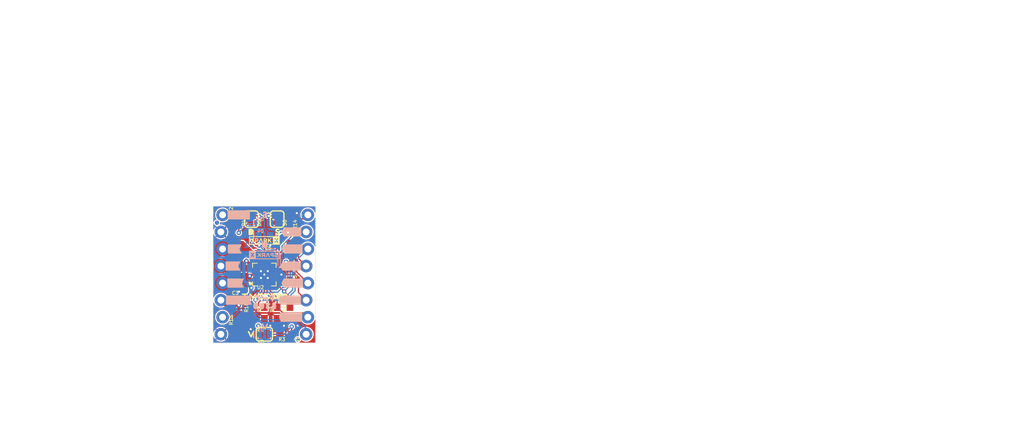
<source format=kicad_pcb>
(kicad_pcb (version 20221018) (generator pcbnew)
  (layers (0 "F.Cu" signal) (1 "In1.Cu" signal) (2 "In2.Cu" signal) (31 "B.Cu" signal) (34 "B.Paste" user) (35 "F.Paste" user) (36 "B.SilkS" user "B.Silkscreen") (37 "F.SilkS" user "F.Silkscreen") (38 "B.Mask" user) (39 "F.Mask" user) (44 "Edge.Cuts" user))
  (net 0 "")
  (net 1 "GND")
  (net 2 "N$1")
  (net 3 "N$4")
  (net 4 "WL")
  (net 5 "WH")
  (net 6 "VL")
  (net 7 "VH")
  (net 8 "UL")
  (net 9 "UH")
  (net 10 "DIAG")
  (net 11 "VIO/~{STDBY}")
  (net 12 "N$6")
  (net 13 "U")
  (net 14 "V")
  (net 15 "W")
  (net 16 "N$9")
  (net 17 "N$5")
  (net 18 "N$12")
  (net 19 "N$10")
  (net 20 "VCP")
  (net 21 "SENSE")
  (net 22 "VIN")
  (footprint "working:0603" (layer "F.Cu") (at 152.3111 110.7186 90)
    (fp_text reference "R9" (at 0 -0.762 90) (layer "F.SilkS") (effects (font (size 0.512064 0.512064) (thickness 0.097536)) (justify left)))
    (fp_text value "100k")
    (pad "1" smd roundrect (at -0.85 0 90) (size 1.1 1) (layers "F.Cu" "F.Paste" "F.Mask") (roundrect_rratio 0.0508) (net 1 "GND"))
    (pad "2" smd roundrect (at 0.85 0 90) (size 1.1 1) (layers "F.Cu" "F.Paste" "F.Mask") (roundrect_rratio 0.0508) (net 8 "UL"))
  )
  (footprint "working:D0" (layer "F.Cu") (at 146.5961 98.6536)
    (fp_text reference "U$16" hide)
    (fp_text value "" hide)
  )
  (footprint "working:SMT-JUMPER_2_NC_TRACE_SILK" (layer "F.Cu") (at 148.5011 113.8936 180)
    (fp_text reference "V0" (at 0 -1.143) (layer "F.SilkS") (effects (font (size 0.512064 0.512064) (thickness 0.097536)) (justify right)))
    (fp_text value "JUMPER-SMT_2_NC_TRACE_SILK")
    (fp_poly (pts (xy 0.03175 0.13335) (xy -0.70485 0.13335) (xy -0.70485 -0.13335) (xy 0.03175 -0.13335)) (fill solid) (layer "F.Cu"))
    (fp_poly (pts (xy 0.70485 0.13335) (xy -0.03175 0.13335) (xy -0.03175 -0.13335) (xy 0.70485 -0.13335)) (fill solid) (layer "F.Cu"))
    (pad "1" smd roundrect (at -0.5207 0 180) (size 0.6604 1.27) (layers "F.Cu" "F.Mask") (roundrect_rratio 0.07692307692) (net 2 "N$1"))
    (pad "2" smd roundrect (at 0.5207 0 180) (size 0.6604 1.27) (layers "F.Cu" "F.Mask") (roundrect_rratio 0.07692307692) (net 22 "VIN"))
  )
  (footprint "working:0603" (layer "F.Cu") (at 146.5961 110.7186 90)
    (fp_text reference "R10" (at 0 -0.762 90) (layer "F.SilkS") (effects (font (size 0.512064 0.512064) (thickness 0.097536)) (justify left)))
    (fp_text value "100k")
    (pad "1" smd roundrect (at -0.85 0 90) (size 1.1 1) (layers "F.Cu" "F.Paste" "F.Mask") (roundrect_rratio 0.0508) (net 1 "GND"))
    (pad "2" smd roundrect (at 0.85 0 90) (size 1.1 1) (layers "F.Cu" "F.Paste" "F.Mask") (roundrect_rratio 0.0508) (net 9 "UH"))
  )
  (footprint "working:1X08_LOCK_NO_SILK" (layer "F.Cu") (at 154.8511 113.8936 90)
    (fp_text reference "J1" (at -1.27 -1.397 90) (layer "F.SilkS") (effects (font (size 0.512064 0.512064) (thickness 0.097536)) (justify left)))
    (fp_text value "")
    (pad "1" thru_hole circle (at 0 -0.127 180) (size 1.8796 1.8796) (drill 1.016) (layers "*.Cu" "*.Mask") (net 20 "VCP"))
    (pad "2" thru_hole circle (at 2.54 0.127 180) (size 1.8796 1.8796) (drill 1.016) (layers "*.Cu" "*.Mask") (net 5 "WH"))
    (pad "3" thru_hole circle (at 5.08 -0.127 180) (size 1.8796 1.8796) (drill 1.016) (layers "*.Cu" "*.Mask") (net 4 "WL"))
    (pad "4" thru_hole circle (at 7.62 0.127 180) (size 1.8796 1.8796) (drill 1.016) (layers "*.Cu" "*.Mask") (net 7 "VH"))
    (pad "5" thru_hole circle (at 10.16 -0.127 180) (size 1.8796 1.8796) (drill 1.016) (layers "*.Cu" "*.Mask") (net 6 "VL"))
    (pad "6" thru_hole circle (at 12.7 0.127 180) (size 1.8796 1.8796) (drill 1.016) (layers "*.Cu" "*.Mask") (net 9 "UH"))
    (pad "7" thru_hole circle (at 15.24 -0.127 180) (size 1.8796 1.8796) (drill 1.016) (layers "*.Cu" "*.Mask") (net 8 "UL"))
    (pad "8" thru_hole circle (at 17.78 0.127 180) (size 1.8796 1.8796) (drill 1.016) (layers "*.Cu" "*.Mask") (net 11 "VIO/~{STDBY}"))
  )
  (footprint "working:SMT-JUMPER_2_NC_TRACE_SILK" (layer "F.Cu") (at 146.5961 96.7486 -90)
    (fp_text reference "D0" (at 0 -1.143 90) (layer "F.SilkS") (effects (font (size 0.512064 0.512064) (thickness 0.097536)) (justify right)))
    (fp_text value "JUMPER-SMT_2_NC_TRACE_SILK")
    (fp_poly (pts (xy 0.03175 0.13335) (xy -0.70485 0.13335) (xy -0.70485 -0.13335) (xy 0.03175 -0.13335)) (fill solid) (layer "F.Cu"))
    (fp_poly (pts (xy 0.70485 0.13335) (xy -0.03175 0.13335) (xy -0.03175 -0.13335) (xy 0.70485 -0.13335)) (fill solid) (layer "F.Cu"))
    (pad "1" smd roundrect (at -0.5207 0 270) (size 0.6604 1.27) (layers "F.Cu" "F.Mask") (roundrect_rratio 0.07692307692) (net 16 "N$9"))
    (pad "2" smd roundrect (at 0.5207 0 270) (size 0.6604 1.27) (layers "F.Cu" "F.Mask") (roundrect_rratio 0.07692307692) (net 10 "DIAG"))
  )
  (footprint "working:V2" (layer "F.Cu") (at 146.5961 113.8936)
    (fp_text reference "U$26" hide)
    (fp_text value "" hide)
  )
  (footprint "working:SMT-JUMPER_2_NC_TRACE_SILK" (layer "F.Cu") (at 150.4061 96.7486 -90)
    (fp_text reference "S0" (at 0 -1.143 90) (layer "F.SilkS") (effects (font (size 0.512064 0.512064) (thickness 0.097536)) (justify right)))
    (fp_text value "JUMPER-SMT_2_NC_TRACE_SILK")
    (fp_poly (pts (xy 0.03175 0.13335) (xy -0.70485 0.13335) (xy -0.70485 -0.13335) (xy 0.03175 -0.13335)) (fill solid) (layer "F.Cu"))
    (fp_poly (pts (xy 0.70485 0.13335) (xy -0.03175 0.13335) (xy -0.03175 -0.13335) (xy 0.70485 -0.13335)) (fill solid) (layer "F.Cu"))
    (pad "1" smd roundrect (at -0.5207 0 270) (size 0.6604 1.27) (layers "F.Cu" "F.Mask") (roundrect_rratio 0.07692307692) (net 17 "N$5"))
    (pad "2" smd roundrect (at 0.5207 0 270) (size 0.6604 1.27) (layers "F.Cu" "F.Mask") (roundrect_rratio 0.07692307692) (net 11 "VIO/~{STDBY}"))
  )
  (footprint "working:0603" (layer "F.Cu") (at 148.5011 110.7186 90)
    (fp_text reference "R8" (at 0 -0.762 90) (layer "F.SilkS") (effects (font (size 0.512064 0.512064) (thickness 0.097536)) (justify left)))
    (fp_text value "100k")
    (pad "1" smd roundrect (at -0.85 0 90) (size 1.1 1) (layers "F.Cu" "F.Paste" "F.Mask") (roundrect_rratio 0.0508) (net 1 "GND"))
    (pad "2" smd roundrect (at 0.85 0 90) (size 1.1 1) (layers "F.Cu" "F.Paste" "F.Mask") (roundrect_rratio 0.0508) (net 7 "VH"))
  )
  (footprint "working:1X08_LOCK_NO_SILK" (layer "F.Cu") (at 142.1511 96.1136 -90)
    (fp_text reference "J2" (at -1.27 -1.397 90) (layer "F.SilkS") (effects (font (size 0.512064 0.512064) (thickness 0.097536)) (justify right)))
    (fp_text value "")
    (pad "1" thru_hole circle (at 0 -0.127) (size 1.8796 1.8796) (drill 1.016) (layers "*.Cu" "*.Mask") (net 22 "VIN"))
    (pad "2" thru_hole circle (at 2.54 0.127) (size 1.8796 1.8796) (drill 1.016) (layers "*.Cu" "*.Mask") (net 1 "GND"))
    (pad "3" thru_hole circle (at 5.08 -0.127) (size 1.8796 1.8796) (drill 1.016) (layers "*.Cu" "*.Mask") (net 13 "U"))
    (pad "4" thru_hole circle (at 7.62 0.127) (size 1.8796 1.8796) (drill 1.016) (layers "*.Cu" "*.Mask") (net 14 "V"))
    (pad "5" thru_hole circle (at 10.16 -0.127) (size 1.8796 1.8796) (drill 1.016) (layers "*.Cu" "*.Mask") (net 15 "W"))
    (pad "6" thru_hole circle (at 12.7 0.127) (size 1.8796 1.8796) (drill 1.016) (layers "*.Cu" "*.Mask") (net 21 "SENSE"))
    (pad "7" thru_hole circle (at 15.24 -0.127) (size 1.8796 1.8796) (drill 1.016) (layers "*.Cu" "*.Mask") (net 10 "DIAG"))
    (pad "8" thru_hole circle (at 17.78 0.127) (size 1.8796 1.8796) (drill 1.016) (layers "*.Cu" "*.Mask") (net 1 "GND"))
  )
  (footprint "working:0603" (layer "F.Cu") (at 152.3111 101.1936 90)
    (fp_text reference "R7" (at 0 -0.762 90) (layer "F.SilkS") (effects (font (size 0.512064 0.512064) (thickness 0.097536)) (justify left)))
    (fp_text value "100k")
    (pad "1" smd roundrect (at -0.85 0 90) (size 1.1 1) (layers "F.Cu" "F.Paste" "F.Mask") (roundrect_rratio 0.0508) (net 1 "GND"))
    (pad "2" smd roundrect (at 0.85 0 90) (size 1.1 1) (layers "F.Cu" "F.Paste" "F.Mask") (roundrect_rratio 0.0508) (net 6 "VL"))
  )
  (footprint "working:0603" (layer "F.Cu") (at 151.6761 113.8936 180)
    (fp_text reference "R3" (at 0 -0.762) (layer "F.SilkS") (effects (font (size 0.512064 0.512064) (thickness 0.097536)) (justify right)))
    (fp_text value "1k")
    (pad "1" smd roundrect (at -0.85 0 180) (size 1.1 1) (layers "F.Cu" "F.Paste" "F.Mask") (roundrect_rratio 0.0508) (net 3 "N$4"))
    (pad "2" smd roundrect (at 0.85 0 180) (size 1.1 1) (layers "F.Cu" "F.Paste" "F.Mask") (roundrect_rratio 0.0508) (net 2 "N$1"))
  )
  (footprint "working:0603" (layer "F.Cu") (at 152.3111 96.7486 -90)
    (fp_text reference "R14" (at 0 -0.762 90) (layer "F.SilkS") (effects (font (size 0.512064 0.512064) (thickness 0.097536)) (justify right)))
    (fp_text value "330")
    (pad "1" smd roundrect (at -0.85 0 270) (size 1.1 1) (layers "F.Cu" "F.Paste" "F.Mask") (roundrect_rratio 0.0508) (net 1 "GND"))
    (pad "2" smd roundrect (at 0.85 0 270) (size 1.1 1) (layers "F.Cu" "F.Paste" "F.Mask") (roundrect_rratio 0.0508) (net 18 "N$12"))
  )
  (footprint "working:TMC63000" (layer "F.Cu") (at 148.6281 108.3056)
    (fp_text reference "U$17" hide)
    (fp_text value "" hide)
  )
  (footprint "working:1206" (layer "F.Cu") (at 144.6911 112.6236 90)
    (fp_text reference "R15" (at 0 -1.143 90) (layer "F.SilkS") (effects (font (size 0.512064 0.512064) (thickness 0.097536)) (justify left)))
    (fp_text value "0.12")
    (pad "1" smd roundrect (at -1.4 0 90) (size 1.6 1.8) (layers "F.Cu" "F.Paste" "F.Mask") (roundrect_rratio 0.03175) (net 1 "GND"))
    (pad "2" smd roundrect (at 1.4 0 90) (size 1.6 1.8) (layers "F.Cu" "F.Paste" "F.Mask") (roundrect_rratio 0.03175) (net 21 "SENSE"))
  )
  (footprint "working:0603" (layer "F.Cu") (at 144.6657 105.2576 180)
    (fp_text reference "C4" (at 0 -0.762) (layer "F.SilkS") (effects (font (size 0.512064 0.512064) (thickness 0.097536)) (justify right)))
    (fp_text value "0.1uF")
    (pad "1" smd roundrect (at -0.85 0 180) (size 1.1 1) (layers "F.Cu" "F.Paste" "F.Mask") (roundrect_rratio 0.0508) (net 22 "VIN"))
    (pad "2" smd roundrect (at 0.85 0 180) (size 1.1 1) (layers "F.Cu" "F.Paste" "F.Mask") (roundrect_rratio 0.0508) (net 1 "GND"))
  )
  (footprint "working:CREATIVE_COMMONS" (layer "F.Cu") (at 129.4511 126.5936)
    (fp_text reference "FRAME1" hide)
    (fp_text value "FRAME-LETTER" hide)
  )
  (footprint "working:S1" (layer "F.Cu") (at 150.5331 98.6536)
    (fp_text reference "U$27" hide)
    (fp_text value "" hide)
  )
  (footprint "working:0603" (layer "F.Cu") (at 150.4061 110.7186 90)
    (fp_text reference "R6" (at 0 -0.762 90) (layer "F.SilkS") (effects (font (size 0.512064 0.512064) (thickness 0.097536)) (justify left)))
    (fp_text value "100k")
    (pad "1" smd roundrect (at -0.85 0 90) (size 1.1 1) (layers "F.Cu" "F.Paste" "F.Mask") (roundrect_rratio 0.0508) (net 1 "GND"))
    (pad "2" smd roundrect (at 0.85 0 90) (size 1.1 1) (layers "F.Cu" "F.Paste" "F.Mask") (roundrect_rratio 0.0508) (net 5 "WH"))
  )
  (footprint "working:ORDERING_INSTRUCTIONS" (layer "F.Cu") (at 159.9311 64.3636)
    (fp_text reference "LOGO2" hide)
    (fp_text value "SPECIAL_INSTRUCTIONS-ORDERING" hide)
  )
  (footprint "working:0603" (layer "F.Cu") (at 152.3111 105.0036 -90)
    (fp_text reference "R5" (at 0 -0.762 90) (layer "F.SilkS") (effects (font (size 0.512064 0.512064) (thickness 0.097536)) (justify right)))
    (fp_text value "100k")
    (pad "1" smd roundrect (at -0.85 0 270) (size 1.1 1) (layers "F.Cu" "F.Paste" "F.Mask") (roundrect_rratio 0.0508) (net 1 "GND"))
    (pad "2" smd roundrect (at 0.85 0 270) (size 1.1 1) (layers "F.Cu" "F.Paste" "F.Mask") (roundrect_rratio 0.0508) (net 4 "WL"))
  )
  (footprint "working:0603" (layer "F.Cu") (at 144.6911 96.7486 -90)
    (fp_text reference "R4" (at 0 -0.762 90) (layer "F.SilkS") (effects (font (size 0.512064 0.512064) (thickness 0.097536)) (justify right)))
    (fp_text value "330")
    (pad "1" smd roundrect (at -0.85 0 270) (size 1.1 1) (layers "F.Cu" "F.Paste" "F.Mask") (roundrect_rratio 0.0508) (net 1 "GND"))
    (pad "2" smd roundrect (at 0.85 0 270) (size 1.1 1) (layers "F.Cu" "F.Paste" "F.Mask") (roundrect_rratio 0.0508) (net 19 "N$10"))
  )
  (footprint "working:0805" (layer "F.Cu") (at 144.7419 106.8578 180)
    (fp_text reference "C3" (at 0 -0.889) (layer "F.SilkS") (effects (font (size 0.512064 0.512064) (thickness 0.097536)) (justify right)))
    (fp_text value "10uF")
    (pad "1" smd roundrect (at -0.9 0 180) (size 0.8 1.2) (layers "F.Cu" "F.Paste" "F.Mask") (roundrect_rratio 0.0635) (net 22 "VIN"))
    (pad "2" smd roundrect (at 0.9 0 180) (size 0.8 1.2) (layers "F.Cu" "F.Paste" "F.Mask") (roundrect_rratio 0.0635) (net 1 "GND"))
  )
  (footprint "working:FIDUCIAL-MICRO" (layer "F.Cu") (at 153.4795 114.6556 180)
    (fp_text reference "FD2" hide)
    (fp_text value "FIDUCIALUFIDUCIAL" hide)
    (pad "1" smd roundrect (at 0 0 180) (size 0.635 0.635) (layers "F.Cu" "F.Mask") (roundrect_rratio 0.5))
  )
  (footprint "working:SPARKX-TINY" (layer "F.Cu") (at 148.5011 99.9236)
    (fp_text reference "U$36" hide)
    (fp_text value "SPARKX-LOGO2" hide)
  )
  (footprint "working:0603" (layer "F.Cu") (at 148.5011 101.8286)
    (fp_text reference "C5" (at 0 -0.762) (layer "F.SilkS") (effects (font (size 0.512064 0.512064) (thickness 0.097536)) (justify left)))
    (fp_text value "0.1uF")
    (pad "1" smd roundrect (at -0.85 0) (size 1.1 1) (layers "F.Cu" "F.Paste" "F.Mask") (roundrect_rratio 0.0508) (net 12 "N$6"))
    (pad "2" smd roundrect (at 0.85 0) (size 1.1 1) (layers "F.Cu" "F.Paste" "F.Mask") (roundrect_rratio 0.0508) (net 1 "GND"))
  )
  (footprint "working:QFN-20" (layer "F.Cu") (at 148.5011 105.0036 90)
    (fp_text reference "U2" (at -1.905 0) (layer "F.SilkS") (effects (font (size 0.512064 0.512064) (thickness 0.097536)) (justify right)))
    (fp_text value "TMC6300")
    (fp_poly (pts (xy 0.875 0.875) (xy -0.875 0.875) (xy -0.875 -0.510355) (xy -0.510355 -0.875) (xy 0.875 -0.875)) (fill solid) (layer "F.Cu"))
    (pad "1" smd roundrect (at -1.4 -0.8 90) (size 0.6 0.2) (layers "F.Cu" "F.Paste" "F.Mask") (roundrect_rratio 0.5) (net 15 "W"))
    (pad "2" smd roundrect (at -1.4 -0.4 90) (size 0.6 0.2) (layers "F.Cu" "F.Paste" "F.Mask") (roundrect_rratio 0.5) (net 20 "VCP"))
    (pad "3" smd roundrect (at -1.4 0 90) (size 0.6 0.2) (layers "F.Cu" "F.Paste" "F.Mask") (roundrect_rratio 0.5) (net 9 "UH"))
    (pad "4" smd roundrect (at -1.4 0.4 90) (size 0.6 0.2) (layers "F.Cu" "F.Paste" "F.Mask") (roundrect_rratio 0.5) (net 7 "VH"))
    (pad "5" smd roundrect (at -1.4 0.8 90) (size 0.6 0.2) (layers "F.Cu" "F.Paste" "F.Mask") (roundrect_rratio 0.5) (net 5 "WH"))
    (pad "6" smd roundrect (at -0.8 1.4 180) (size 0.6 0.2) (layers "F.Cu" "F.Paste" "F.Mask") (roundrect_rratio 0.5) (net 8 "UL"))
    (pad "7" smd roundrect (at -0.4 1.4 180) (size 0.6 0.2) (layers "F.Cu" "F.Paste" "F.Mask") (roundrect_rratio 0.5) (net 4 "WL"))
    (pad "8" smd roundrect (at 0 1.4 180) (size 0.6 0.2) (layers "F.Cu" "F.Paste" "F.Mask") (roundrect_rratio 0.5) (net 1 "GND"))
    (pad "9" smd roundrect (at 0.4 1.4 180) (size 0.6 0.2) (layers "F.Cu" "F.Paste" "F.Mask") (roundrect_rratio 0.5) (net 1 "GND"))
    (pad "10" smd roundrect (at 0.8 1.4 180) (size 0.6 0.2) (layers "F.Cu" "F.Paste" "F.Mask") (roundrect_rratio 0.5) (net 6 "VL"))
    (pad "11" smd roundrect (at 1.4 0.8 90) (size 0.6 0.2) (layers "F.Cu" "F.Paste" "F.Mask") (roundrect_rratio 0.5) (net 11 "VIO/~{STDBY}"))
    (pad "12" smd roundrect (at 1.4 0.4 90) (size 0.6 0.2) (layers "F.Cu" "F.Paste" "F.Mask") (roundrect_rratio 0.5) (net 10 "DIAG"))
    (pad "13" smd roundrect (at 1.4 0 90) (size 0.6 0.2) (layers "F.Cu" "F.Paste" "F.Mask") (roundrect_rratio 0.5) (net 12 "N$6"))
    (pad "14" smd roundrect (at 1.4 -0.4 90) (size 0.6 0.2) (layers "F.Cu" "F.Paste" "F.Mask") (roundrect_rratio 0.5) (net 1 "GND"))
    (pad "15" smd roundrect (at 1.4 -0.8 90) (size 0.6 0.2) (layers "F.Cu" "F.Paste" "F.Mask") (roundrect_rratio 0.5) (net 13 "U"))
    (pad "16" smd roundrect (at 0.8 -1.4 180) (size 0.6 0.2) (layers "F.Cu" "F.Paste" "F.Mask") (roundrect_rratio 0.5) (net 21 "SENSE"))
    (pad "17" smd roundrect (at 0.4 -1.4 180) (size 0.6 0.2) (layers "F.Cu" "F.Paste" "F.Mask") (roundrect_rratio 0.5) (net 14 "V"))
    (pad "18" smd roundrect (at 0 -1.4 180) (size 0.6 0.2) (layers "F.Cu" "F.Paste" "F.Mask") (roundrect_rratio 0.5) (net 22 "VIN"))
    (pad "19" smd roundrect (at -0.4 -1.4 180) (size 0.6 0.2) (layers "F.Cu" "F.Paste" "F.Mask") (roundrect_rratio 0.5))
    (pad "20" smd roundrect (at -0.8 -1.4 180) (size 0.6 0.2) (layers "F.Cu" "F.Paste" "F.Mask") (roundrect_rratio 0.5) (net 21 "SENSE"))
    (pad "PAD" smd roundrect (at 0 0 90) (size 1.27 1.27) (layers "F.Cu") (roundrect_rratio 0.04) (net 1 "GND"))
  )
  (footprint "working:FIDUCIAL-MICRO" (layer "F.Cu") (at 141.4399 97.282 180)
    (fp_text reference "FD1" hide)
    (fp_text value "FIDUCIALUFIDUCIAL" hide)
    (pad "1" smd roundrect (at 0 0 180) (size 0.635 0.635) (layers "F.Cu" "F.Mask") (roundrect_rratio 0.5))
  )
  (footprint "working:#V#7" (layer "B.Cu") (at 143.6751 103.7336 180)
    (fp_text reference "U$25" hide)
    (fp_text value "" hide)
  )
  (footprint "working:V2" (layer "B.Cu") (at 148.5011 112.7506 180)
    (fp_text reference "U$20" hide)
    (fp_text value "" hide)
  )
  (footprint "working:LED-0603" (layer "B.Cu") (at 148.5011 99.1616 180)
    (fp_text reference "D4" (at 0 0.635) (layer "B.SilkS") (effects (font (size 0.512064 0.512064) (thickness 0.097536)) (justify left mirror)))
    (fp_text value "GREEN")
    (pad "A" smd roundrect (at -0.877 0 270) (size 1 1) (layers "B.Cu" "B.Paste" "B.Mask") (roundrect_rratio 0.15) (net 16 "N$9"))
    (pad "C" smd roundrect (at 0.877 0 270) (size 1 1) (layers "B.Cu" "B.Paste" "B.Mask") (roundrect_rratio 0.15) (net 18 "N$12"))
  )
  (footprint "working:#VL#3" (layer "B.Cu") (at 152.5651 103.7336 180)
    (fp_text reference "U$31" hide)
    (fp_text value "" hide)
  )
  (footprint "working:#W#8" (layer "B.Cu") (at 144.0561 106.2736 180)
    (fp_text reference "U$32" hide)
    (fp_text value "" hide)
  )
  (footprint "working:#U#6" (layer "B.Cu") (at 143.9291 101.1936 180)
    (fp_text reference "U$9" hide)
    (fp_text value "" hide)
  )
  (footprint "working:LED-0603" (layer "B.Cu") (at 148.5011 113.8936 180)
    (fp_text reference "D1" (at 0 0.635) (layer "B.SilkS") (effects (font (size 0.512064 0.512064) (thickness 0.097536)) (justify left mirror)))
    (fp_text value "RED")
    (pad "A" smd roundrect (at -0.877 0 270) (size 1 1) (layers "B.Cu" "B.Paste" "B.Mask") (roundrect_rratio 0.15) (net 3 "N$4"))
    (pad "C" smd roundrect (at 0.877 0 270) (size 1 1) (layers "B.Cu" "B.Paste" "B.Mask") (roundrect_rratio 0.15) (net 1 "GND"))
  )
  (footprint "working:#UL#4" (layer "B.Cu") (at 152.6921 98.6536 180)
    (fp_text reference "U$22" hide)
    (fp_text value "" hide)
  )
  (footprint "working:#WH#1" (layer "B.Cu") (at 152.5651 111.3536 180)
    (fp_text reference "U$33" hide)
    (fp_text value "" hide)
  )
  (footprint "working:S1" (layer "B.Cu") (at 148.5011 96.1136 180)
    (fp_text reference "U$19" hide)
    (fp_text value "" hide)
  )
  (footprint "working:D0" (layer "B.Cu") (at 148.5011 100.5586 180)
    (fp_text reference "U$18" hide)
    (fp_text value "" hide)
  )
  (footprint "working:#GND#1" (layer "B.Cu") (at 144.6911 98.6536 180)
    (fp_text reference "U$1" hide)
    (fp_text value "" hide)
  )
  (footprint "working:#VIO#1" (layer "B.Cu") (at 152.5651 96.1136 180)
    (fp_text reference "U$13" hide)
    (fp_text value "" hide)
  )
  (footprint "working:63001" (layer "B.Cu") (at 148.5011 109.7026 180)
    (fp_text reference "U$15" hide)
    (fp_text value "" hide)
  )
  (footprint "working:#VH#2" (layer "B.Cu") (at 152.8191 106.2736 180)
    (fp_text reference "U$30" hide)
    (fp_text value "" hide)
  )
  (footprint "working:DUMMY" (layer "B.Cu") (at 143.4211 117.7036 180)
    (fp_text reference "LOGO1" hide)
    (fp_text value "OSHW-LOGONO_SILK" hide)
  )
  (footprint "working:#VCP#0" (layer "B.Cu") (at 152.0571 113.8936 180)
    (fp_text reference "U$12" hide)
    (fp_text value "" hide)
  )
  (footprint "working:#GND#1" (layer "B.Cu") (at 144.6911 113.8936 180)
    (fp_text reference "U$28" hide)
    (fp_text value "" hide)
  )
  (footprint "working:#UH#5" (layer "B.Cu") (at 152.8191 101.1936 180)
    (fp_text reference "U$21" hide)
    (fp_text value "" hide)
  )
  (footprint "working:TMC0" (layer "B.Cu") (at 148.5011 108.5596 180)
    (fp_text reference "U$23" hide)
    (fp_text value "" hide)
  )
  (footprint "working:#WL#0" (layer "B.Cu") (at 152.4381 108.8136 180)
    (fp_text reference "U$34" hide)
    (fp_text value "" hide)
  )
  (footprint "working:#VIN#0" (layer "B.Cu") (at 144.6911 96.1136 180)
    (fp_text reference "U$24" hide)
    (fp_text value "" hide)
  )
  (footprint "working:SPARKX-TINY" (layer "B.Cu") (at 148.5011 102.0826 180)
    (fp_text reference "U$37" hide)
    (fp_text value "SPARKX-LOGO2" hide)
  )
  (footprint "working:#SEN#0" (layer "B.Cu") (at 144.5641 108.8136 180)
    (fp_text reference "U$2" hide)
    (fp_text value "" hide)
  )
  (footprint "working:#DIAG#0" (layer "B.Cu") (at 145.1991 111.3536 180)
    (fp_text reference "U$3" hide)
    (fp_text value "" hide)
  )
  (footprint "working:FIDUCIAL-MICRO" (layer "B.Cu") (at 141.4399 97.282)
    (fp_text reference "FD4" hide)
    (fp_text value "FIDUCIALUFIDUCIAL" hide)
    (pad "1" smd roundrect (at 0 0) (size 0.635 0.635) (layers "B.Cu" "B.Mask") (roundrect_rratio 0.5))
  )
  (footprint "working:FIDUCIAL-MICRO" (layer "B.Cu") (at 153.4795 114.6556)
    (fp_text reference "FD3" hide)
    (fp_text value "FIDUCIALUFIDUCIAL" hide)
    (pad "1" smd roundrect (at 0 0) (size 0.635 0.635) (layers "B.Cu" "B.Mask") (roundrect_rratio 0.5))
  )
  (footprint "working:LED-0603" (layer "B.Cu") (at 148.5011 97.3836 180)
    (fp_text reference "D3" (at 0 0.635) (layer "B.SilkS") (effects (font (size 0.512064 0.512064) (thickness 0.097536)) (justify left mirror)))
    (fp_text value "BLUE")
    (pad "A" smd roundrect (at -0.877 0 270) (size 1 1) (layers "B.Cu" "B.Paste" "B.Mask") (roundrect_rratio 0.15) (net 17 "N$5"))
    (pad "C" smd roundrect (at 0.877 0 270) (size 1 1) (layers "B.Cu" "B.Paste" "B.Mask") (roundrect_rratio 0.15) (net 19 "N$10"))
  )
  (gr_line (start 140.8811 115.1636) (end 156.1211 115.1636) (stroke (width 0.0508)) (layer "Edge.Cuts"))
  (gr_line (start 156.1211 115.1636) (end 156.1211 94.8436) (stroke (width 0.0508)) (layer "Edge.Cuts"))
  (gr_line (start 140.8811 94.8436) (end 140.8811 115.1636) (stroke (width 0.0508)) (layer "Edge.Cuts"))
  (gr_line (start 156.1211 94.8436) (end 140.8811 94.8436) (stroke (width 0.0508)) (layer "Edge.Cuts"))
  (gr_text "X1" (at 146.2151 100.5586) (layer "B.Cu") (effects (font (size 0.8636 0.8636) (thickness 0.1524)) (justify mirror)))
  (segment (start 150.9331 104.6036) (end 151.1681 104.3686) (width 0.1905) (layer "F.Cu") (net 1))
  (segment (start 149.9011 105.0036) (end 150.6601 105.0036) (width 0.1905) (layer "F.Cu") (net 1))
  (segment (start 149.9011 104.6036) (end 149.1171 104.6036) (width 0.1905) (layer "F.Cu") (net 1))
  (segment (start 148.1011 104.3876) (end 147.9931 104.4956) (width 0.1905) (layer "F.Cu") (net 1))
  (segment (start 150.69815 105.04165) (end 150.7871 105.04165) (width 0.1905) (layer "F.Cu") (net 1))
  (segment (start 143.8419 106.8578) (end 144.5277 107.5436) (width 0.508) (layer "F.Cu") (net 1))
  (segment (start 149.9011 105.0036) (end 148.5011 105.0036) (width 0.1905) (layer "F.Cu") (net 1))
  (segment (start 143.8157 105.2576) (end 143.8165 105.2584) (width 0.508) (layer "F.Cu") (net 1))
  (segment (start 150.6601 105.0036) (end 150.69815 105.04165) (width 0.1905) (layer "F.Cu") (net 1))
  (segment (start 149.9011 104.6036) (end 150.9331 104.6036) (width 0.1905) (layer "F.Cu") (net 1))
  (segment (start 148.1011 103.6036) (end 148.1011 104.3876) (width 0.1905) (layer "F.Cu") (net 1))
  (segment (start 149.1171 104.6036) (end 149.0091 104.4956) (width 0.1905) (layer "F.Cu") (net 1))
  (segment (start 144.7419 107.5436) (end 144.5277 107.5436) (width 0.508) (layer "F.Cu") (net 1))
  (segment (start 143.8165 105.2584) (end 143.8165 106.654597) (width 0.508) (layer "F.Cu") (net 1))
  (via (at 144.7419 107.5436) (size 0.6604) (drill 0.3048) (layers "F.Cu" "B.Cu") (net 1))
  (via (at 149.0091 105.5116) (size 0.6604) (drill 0.3048) (layers "F.Cu" "B.Cu") (net 1))
  (via (at 153.3271 95.8596) (size 0.6604) (drill 0.3048) (layers "F.Cu" "B.Cu") (net 1))
  (via (at 147.9931 104.4956) (size 0.6604) (drill 0.3048) (layers "F.Cu" "B.Cu") (net 1))
  (via (at 151.4221 112.6236) (size 0.6604) (drill 0.3048) (layers "F.Cu" "B.Cu") (net 1))
  (via (at 147.9931 105.5116) (size 0.6604) (drill 0.3048) (layers "F.Cu" "B.Cu") (net 1))
  (via (at 149.3901 112.6236) (size 0.6604) (drill 0.3048) (layers "F.Cu" "B.Cu") (net 1))
  (via (at 151.0411 105.0036) (size 0.6604) (drill 0.3048) (layers "F.Cu" "B.Cu") (net 1))
  (via (at 149.3901 100.6856) (size 0.6604) (drill 0.3048) (layers "F.Cu" "B.Cu") (net 1))
  (via (at 149.0091 104.4956) (size 0.6604) (drill 0.3048) (layers "F.Cu" "B.Cu") (net 1))
  (via (at 146.4691 113.1316) (size 0.6604) (drill 0.3048) (layers "F.Cu" "B.Cu") (net 1))
  (via (at 148.5011 105.0036) (size 0.6604) (drill 0.3048) (layers "F.Cu" "B.Cu") (net 1))
  (via (at 153.4541 112.6236) (size 0.6604) (drill 0.3048) (layers "F.Cu" "B.Cu") (net 1))
  (segment (start 150.8261 113.8936) (end 149.0218 113.8936) (width 0.1778) (layer "F.Cu") (net 2))
  (segment (start 152.5651 112.7506) (end 152.5651 113.8546) (width 0.1778) (layer "F.Cu") (net 3))
  (segment (start 152.5651 113.8546) (end 152.5261 113.8936) (width 0.1778) (layer "F.Cu") (net 3))
  (via (at 152.5651 112.7506) (size 0.6604) (drill 0.3048) (layers "F.Cu" "B.Cu") (net 3))
  (segment (start 149.3781 113.8936) (end 151.4221 113.8936) (width 0.1778) (layer "B.Cu") (net 3))
  (segment (start 151.4221 113.8936) (end 152.5651 112.7506) (width 0.1778) (layer "B.Cu") (net 3))
  (segment (start 149.9011 105.4036) (end 150.4251 105.4036) (width 0.1778) (layer "F.Cu") (net 4))
  (segment (start 152.2721 105.8926) (end 152.3111 105.8536) (width 0.1778) (layer "F.Cu") (net 4))
  (segment (start 152.3111 105.8536) (end 153.1611 105.8536) (width 0.1778) (layer "F.Cu") (net 4))
  (segment (start 150.4251 105.4036) (end 150.9141 105.8926) (width 0.1778) (layer "F.Cu") (net 4))
  (segment (start 153.5811 106.2736) (end 153.5811 107.6706) (width 0.1778) (layer "F.Cu") (net 4))
  (segment (start 153.1611 105.8536) (end 153.5811 106.2736) (width 0.1778) (layer "F.Cu") (net 4))
  (segment (start 153.5811 107.6706) (end 154.7241 108.8136) (width 0.1778) (layer "F.Cu") (net 4))
  (segment (start 150.9141 105.8926) (end 152.2721 105.8926) (width 0.1778) (layer "F.Cu") (net 4))
  (segment (start 149.3011 106.4036) (end 149.3011 107.3276) (width 0.1778) (layer "F.Cu") (net 5))
  (segment (start 150.4061 109.8686) (end 151.2561 110.7186) (width 0.1778) (layer "F.Cu") (net 5))
  (segment (start 154.3431 110.7186) (end 154.9781 111.3536) (width 0.1778) (layer "F.Cu") (net 5))
  (segment (start 151.2561 110.7186) (end 154.3431 110.7186) (width 0.1778) (layer "F.Cu") (net 5))
  (segment (start 149.3011 107.3276) (end 150.4061 108.4326) (width 0.1778) (layer "F.Cu") (net 5))
  (segment (start 150.4061 108.4326) (end 150.4061 109.8686) (width 0.1778) (layer "F.Cu") (net 5))
  (segment (start 150.3171 104.2036) (end 149.9011 104.2036) (width 0.1778) (layer "F.Cu") (net 6))
  (segment (start 152.3111 101.1936) (end 151.4221 101.1936) (width 0.1778) (layer "F.Cu") (net 6))
  (segment (start 152.3111 101.1936) (end 152.9461 101.1936) (width 0.1778) (layer "F.Cu") (net 6))
  (segment (start 152.9461 101.1936) (end 153.5811 101.8286) (width 0.1778) (layer "F.Cu") (net 6))
  (segment (start 151.4221 101.1936) (end 150.6601 101.9556) (width 0.1778) (layer "F.Cu") (net 6))
  (segment (start 153.5811 101.8286) (end 153.5811 102.5906) (width 0.1778) (layer "F.Cu") (net 6))
  (segment (start 153.5811 102.5906) (end 154.7241 103.7336) (width 0.1778) (layer "F.Cu") (net 6))
  (segment (start 150.6601 103.8606) (end 150.3171 104.2036) (width 0.1778) (layer "F.Cu") (net 6))
  (segment (start 150.6601 101.9556) (end 150.6601 103.8606) (width 0.1778) (layer "F.Cu") (net 6))
  (segment (start 152.3111 100.3436) (end 152.3111 101.1936) (width 0.1778) (layer "F.Cu") (net 6))
  (segment (start 153.3271 104.6226) (end 154.9781 106.2736) (width 0.1778) (layer "F.Cu") (net 7))
  (segment (start 148.9011 109.4296) (end 148.5011 109.8296) (width 0.1778) (layer "F.Cu") (net 7))
  (segment (start 152.794568 103.0829) (end 153.3271 103.615432) (width 0.1778) (layer "F.Cu") (net 7))
  (segment (start 151.724681 103.0986) (end 151.740381 103.0829) (width 0.1778) (layer "F.Cu") (net 7))
  (segment (start 148.9011 106.4036) (end 148.9011 108.2167) (width 0.1778) (layer "F.Cu") (net 7))
  (segment (start 148.5011 109.8296) (end 148.5011 109.8686) (width 0.1778) (layer "F.Cu") (net 7))
  (segment (start 148.9011 108.2167) (end 148.9011 109.4296) (width 0.1778) (layer "F.Cu") (net 7))
  (segment (start 151.740381 103.0829) (end 152.794568 103.0829) (width 0.1778) (layer "F.Cu") (net 7))
  (segment (start 153.3271 103.615432) (end 153.3271 104.6226) (width 0.1778) (layer "F.Cu") (net 7))
  (via (at 148.9011 108.2167) (size 0.6604) (drill 0.3048) (layers "F.Cu" "B.Cu") (net 7))
  (via (at 151.724681 103.0986) (size 0.6604) (drill 0.3048) (layers "F.Cu" "B.Cu") (net 7))
  (segment (start 151.724681 103.0986) (end 152.7175 104.091419) (width 0.1778) (layer "B.Cu") (net 7))
  (segment (start 152.7175 104.091419) (end 152.7175 107.2642) (width 0.1778) (layer "B.Cu") (net 7))
  (segment (start 151.765 108.2167) (end 148.9011 108.2167) (width 0.1778) (layer "B.Cu") (net 7))
  (segment (start 152.7175 107.2642) (end 151.765 108.2167) (width 0.1778) (layer "B.Cu") (net 7))
  (segment (start 152.3111 108.38775) (end 151.444525 107.521175) (width 0.1778) (layer "F.Cu") (net 8))
  (segment (start 149.9011 105.97775) (end 151.444525 107.521175) (width 0.1778) (layer "F.Cu") (net 8))
  (segment (start 149.9011 105.8036) (end 149.9011 105.97775) (width 0.1778) (layer "F.Cu") (net 8))
  (segment (start 152.3111 109.8686) (end 152.3111 108.38775) (width 0.1778) (layer "F.Cu") (net 8))
  (via (at 151.444525 107.521175) (size 0.6604) (drill 0.3048) (layers "F.Cu" "B.Cu") (net 8))
  (segment (start 152.3619 104.706969) (end 152.3619 106.6038) (width 0.1778) (layer "B.Cu") (net 8))
  (segment (start 152.3619 104.706969) (end 151.127781 103.47285) (width 0.1778) (layer "B.Cu") (net 8))
  (segment (start 152.3619 106.6038) (end 151.444525 107.521175) (width 0.1778) (layer "B.Cu") (net 8))
  (segment (start 153.2001 98.6536) (end 154.7241 98.6536) (width 0.1778) (layer "B.Cu") (net 8))
  (segment (start 151.127781 103.47285) (end 151.127781 100.725919) (width 0.1778) (layer "B.Cu") (net 8))
  (segment (start 151.127781 100.725919) (end 153.2001 98.6536) (width 0.1778) (layer "B.Cu") (net 8))
  (segment (start 147.4461 109.8686) (end 147.6121 109.7026) (width 0.1778) (layer "F.Cu") (net 9))
  (segment (start 148.1201 108.0516) (end 148.5011 107.6706) (width 0.1778) (layer "F.Cu") (net 9))
  (segment (start 146.5961 109.8686) (end 147.4461 109.8686) (width 0.1778) (layer "F.Cu") (net 9))
  (segment (start 147.6121 109.1946) (end 147.6121 109.7026) (width 0.1778) (layer "F.Cu") (net 9))
  (segment (start 148.5011 106.4036) (end 148.5011 107.6706) (width 0.1778) (layer "F.Cu") (net 9))
  (segment (start 148.1201 108.6866) (end 147.6121 109.1946) (width 0.1778) (layer "F.Cu") (net 9))
  (segment (start 148.1201 108.0516) (end 148.1201 108.6866) (width 0.1778) (layer "F.Cu") (net 9))
  (via (at 148.1201 108.6866) (size 0.6604) (drill 0.3048) (layers "F.Cu" "B.Cu") (net 9))
  (segment (start 153.0731 107.4166) (end 153.0731 103.0986) (width 0.1778) (layer "B.Cu") (net 9))
  (segment (start 148.1201 108.6866) (end 148.2471 108.8136) (width 0.1778) (layer "B.Cu") (net 9))
  (segment (start 153.0731 103.0986) (end 154.9781 101.1936) (width 0.1778) (layer "B.Cu") (net 9))
  (segment (start 151.6761 108.8136) (end 153.0731 107.4166) (width 0.1778) (layer "B.Cu") (net 9))
  (segment (start 148.2471 108.8136) (end 151.6761 108.8136) (width 0.1778) (layer "B.Cu") (net 9))
  (segment (start 148.5344 101.0999) (end 148.1201 100.6856) (width 0.1778) (layer "F.Cu") (net 10))
  (segment (start 148.1201 100.6856) (end 147.7391 100.6856) (width 0.1778) (layer "F.Cu") (net 10))
  (segment (start 148.9011 102.805769) (end 148.5344 102.439069) (width 0.1778) (layer "F.Cu") (net 10))
  (segment (start 147.2311 100.6856) (end 146.5961 100.0506) (width 0.1778) (layer "F.Cu") (net 10))
  (segment (start 146.5961 100.0506) (end 146.5961 97.2693) (width 0.1778) (layer "F.Cu") (net 10))
  (segment (start 148.5344 102.439069) (end 148.5344 101.0999) (width 0.1778) (layer "F.Cu") (net 10))
  (segment (start 148.9011 103.6036) (end 148.9011 102.805769) (width 0.1778) (layer "F.Cu") (net 10))
  (segment (start 147.7391 100.6856) (end 147.2311 100.6856) (width 0.1778) (layer "F.Cu") (net 10))
  (via (at 147.7391 100.6856) (size 0.6604) (drill 0.3048) (layers "F.Cu" "B.Cu") (net 10))
  (segment (start 150.50175 107.6198) (end 147.45375 107.6198) (width 0.1778) (layer "B.Cu") (net 10))
  (segment (start 143.75725 111.3536) (end 142.2781 111.3536) (width 0.1778) (layer "B.Cu") (net 10))
  (segment (start 150.772181 101.9556) (end 150.137181 101.3206) (width 0.1778) (layer "B.Cu") (net 10))
  (segment (start 150.50175 107.6198) (end 151.197275 106.924275) (width 0.1778) (layer "B.Cu") (net 10))
  (segment (start 151.538525 106.924275) (end 152.0063 106.4565) (width 0.1778) (layer "B.Cu") (net 10))
  (segment (start 152.0063 104.854269) (end 150.772181 103.62015) (width 0.1778) (layer "B.Cu") (net 10))
  (segment (start 145.288 109.82285) (end 143.75725 111.3536) (width 0.1778) (layer "B.Cu") (net 10))
  (segment (start 148.3741 101.3206) (end 150.137181 101.3206) (width 0.1778) (layer "B.Cu") (net 10))
  (segment (start 150.772181 103.62015) (end 150.772181 101.9556) (width 0.1778) (layer "B.Cu") (net 10))
  (segment (start 152.0063 106.4565) (end 152.0063 104.854269) (width 0.1778) (layer "B.Cu") (net 10))
  (segment (start 151.197275 106.924275) (end 151.538525 106.924275) (width 0.1778) (layer "B.Cu") (net 10))
  (segment (start 148.3741 101.3206) (end 147.7391 100.6856) (width 0.1778) (layer "B.Cu") (net 10))
  (segment (start 145.288 109.78555) (end 145.288 109.82285) (width 0.1778) (layer "B.Cu") (net 10))
  (segment (start 147.45375 107.6198) (end 145.288 109.78555) (width 0.1778) (layer "B.Cu") (net 10))
  (segment (start 150.4061 97.2693) (end 151.213231 97.2693) (width 0.1778) (layer "F.Cu") (net 11))
  (segment (start 154.9781 96.1136) (end 154.9781 96.19575) (width 0.1778) (layer "F.Cu") (net 11))
  (segment (start 151.767231 96.7153) (end 154.45855 96.7153) (width 0.1778) (layer "F.Cu") (net 11))
  (segment (start 150.4061 97.2693) (end 150.4061 100.0506) (width 0.1778) (layer "F.Cu") (net 11))
  (segment (start 150.0251 102.8446) (end 150.2791 102.5906) (width 0.1778) (layer "F.Cu") (net 11))
  (segment (start 150.4061 100.0506) (end 150.2791 100.1776) (width 0.1778) (layer "F.Cu") (net 11))
  (segment (start 154.45855 96.7153) (end 154.9781 96.19575) (width 0.1778) (layer "F.Cu") (net 11))
  (segment (start 151.213231 97.2693) (end 151.767231 96.7153) (width 0.1778) (layer "F.Cu") (net 11))
  (segment (start 149.3011 103.0606) (end 149.5171 102.8446) (width 0.1778) (layer "F.Cu") (net 11))
  (segment (start 149.5171 102.8446) (end 150.0251 102.8446) (width 0.1778) (layer "F.Cu") (net 11))
  (segment (start 150.2791 100.1776) (end 150.2791 102.5906) (width 0.1778) (layer "F.Cu") (net 11))
  (segment (start 149.3011 103.6036) (end 149.3011 103.0606) (width 0.1778) (layer "F.Cu") (net 11))
  (segment (start 147.6511 102.0826) (end 147.6511 101.8286) (width 0.1778) (layer "F.Cu") (net 12))
  (segment (start 148.5011 103.6036) (end 148.5011 102.9326) (width 0.1778) (layer "F.Cu") (net 12))
  (segment (start 147.6511 102.0826) (end 148.5011 102.9326) (width 0.1778) (layer "F.Cu") (net 12))
  (segment (start 146.5961 96.2279) (end 147.60785 96.2279) (width 0.1778) (layer "F.Cu") (net 16))
  (segment (start 147.7391 96.35915) (end 147.60785 96.2279) (width 0.1778) (layer "F.Cu") (net 16))
  (via (at 147.7391 96.35915) (size 0.6604) (drill 0.3048) (layers "F.Cu" "B.Cu") (net 16))
  (segment (start 149.3781 99.1616) (end 149.3781 99.01415) (width 0.1778) (layer "B.Cu") (net 16))
  (segment (start 148.5011 98.13715) (end 149.3781 99.01415) (width 0.1778) (layer "B.Cu") (net 16))
  (segment (start 148.1201 96.35915) (end 147.7391 96.35915) (width 0.1778) (layer "B.Cu") (net 16))
  (segment (start 148.5011 98.13715) (end 148.5011 96.74015) (width 0.1778) (layer "B.Cu") (net 16))
  (segment (start 148.1201 96.35915) (end 148.5011 96.74015) (width 0.1778) (layer "B.Cu") (net 16))
  (segment (start 149.1361 96.266) (end 150.368 96.266) (width 0.1778) (layer "F.Cu") (net 17))
  (segment (start 150.368 96.266) (end 150.4061 96.2279) (width 0.1778) (layer "F.Cu") (net 17))
  (via (at 149.1361 96.266) (size 0.6604) (drill 0.3048) (layers "F.Cu" "B.Cu") (net 17))
  (segment (start 149.1361 97.1416) (end 149.1361 96.266) (width 0.1778) (layer "B.Cu") (net 17))
  (segment (start 149.3781 97.3836) (end 149.1361 97.1416) (width 0.1778) (layer "B.Cu") (net 17))
  (segment (start 152.3111 98.44445) (end 152.016025 98.739525) (width 0.1778) (layer "F.Cu") (net 18))
  (segment (start 152.3111 97.5986) (end 152.3111 98.44445) (width 0.1778) (layer "F.Cu") (net 18))
  (via (at 152.016025 98.739525) (size 0.6604) (drill 0.3048) (layers "F.Cu" "B.Cu") (net 18))
  (segment (start 148.3908 99.9283) (end 147.6241 99.1616) (width 0.1778) (layer "B.Cu") (net 18))
  (segment (start 150.4442 99.16835) (end 150.4442 99.3848) (width 0.1778) (layer "B.Cu") (net 18))
  (segment (start 150.4442 99.3848) (end 149.9007 99.9283) (width 0.1778) (layer "B.Cu") (net 18))
  (segment (start 151.9682 98.6917) (end 150.92085 98.6917) (width 0.1778) (layer "B.Cu") (net 18))
  (segment (start 152.016025 98.739525) (end 151.9682 98.6917) (width 0.1778) (layer "B.Cu") (net 18))
  (segment (start 149.9007 99.9283) (end 148.3908 99.9283) (width 0.1778) (layer "B.Cu") (net 18))
  (segment (start 150.92085 98.6917) (end 150.4442 99.16835) (width 0.1778) (layer "B.Cu") (net 18))
  (segment (start 144.6911 97.5986) (end 144.6911 98.7806) (width 0.1778) (layer "F.Cu") (net 19))
  (via (at 144.6911 98.7806) (size 0.6604) (drill 0.3048) (layers "F.Cu" "B.Cu") (net 19))
  (segment (start 146.0881 97.3836) (end 144.6911 98.7806) (width 0.1778) (layer "B.Cu") (net 19))
  (segment (start 147.6241 97.3836) (end 146.0881 97.3836) (width 0.1778) (layer "B.Cu") (net 19))
  (segment (start 147.7645 108.19805) (end 147.7645 107.9043) (width 0.1778) (layer "F.Cu") (net 20))
  (segment (start 147.190025 108.772525) (end 147.7645 108.19805) (width 0.1778) (layer "F.Cu") (net 20))
  (segment (start 147.7645 107.9043) (end 148.1011 107.5677) (width 0.1778) (layer "F.Cu") (net 20))
  (segment (start 148.1011 107.5677) (end 148.1011 106.4036) (width 0.1778) (layer "F.Cu") (net 20))
  (via (at 147.190025 108.772525) (size 0.6604) (drill 0.3048) (layers "F.Cu" "B.Cu") (net 20))
  (segment (start 154.7241 113.0046) (end 153.4541 111.7346) (width 0.1778) (layer "B.Cu") (net 20))
  (segment (start 148.2471 111.7346) (end 147.190025 110.677525) (width 0.1778) (layer "B.Cu") (net 20))
  (segment (start 153.4541 111.7346) (end 148.2471 111.7346) (width 0.1778) (layer "B.Cu") (net 20))
  (segment (start 154.7241 113.8936) (end 154.7241 113.0046) (width 0.1778) (layer "B.Cu") (net 20))
  (segment (start 147.190025 110.677525) (end 147.190025 108.772525) (width 0.1778) (layer "B.Cu") (net 20))
  (segment (start 144.6911 111.2236) (end 144.6911 109.5756) (width 0.508) (layer "F.Cu") (net 21))
  (segment (start 142.7861 109.5756) (end 142.0241 108.8136) (width 0.508) (layer "F.Cu") (net 21))
  (segment (start 144.6911 109.5756) (end 142.7861 109.5756) (width 0.508) (layer "F.Cu") (net 21))
  (via (at 144.6911 109.5756) (size 0.6604) (drill 0.3048) (layers "F.Cu" "B.Cu") (net 21))
  (via (at 145.8341 102.9716) (size 0.6604) (drill 0.3048) (layers "F.Cu" "B.Cu") (net 21))
  (via (at 146.5707 106.9848) (size 0.6604) (drill 0.3048) (layers "F.Cu" "B.Cu") (net 21))
  (segment (start 145.8341 102.9716) (end 145.4531 103.3526) (width 0.508) (layer "B.Cu") (net 21))
  (segment (start 145.4531 105.8672) (end 145.4531 103.3526) (width 0.508) (layer "B.Cu") (net 21))
  (segment (start 146.5707 106.9848) (end 146.4945 107.061) (width 0.508) (layer "B.Cu") (net 21))
  (segment (start 146.4945 107.7722) (end 144.6911 109.5756) (width 0.508) (layer "B.Cu") (net 21))
  (segment (start 146.4945 107.061) (end 146.4945 107.7722) (width 0.508) (layer "B.Cu") (net 21))
  (segment (start 146.5707 106.9848) (end 145.4531 105.8672) (width 0.508) (layer "B.Cu") (net 21))
  (segment (start 147.9804 113.8936) (end 147.9804 112.9919) (width 0.1778) (layer "F.Cu") (net 22))
  (segment (start 147.9804 112.9919) (end 147.6121 112.6236) (width 0.1778) (layer "F.Cu") (net 22))
  (via (at 146.3167 105.2068) (size 0.6604) (drill 0.3048) (layers "F.Cu" "B.Cu") (net 22))
  (via (at 147.6121 112.6236) (size 0.6604) (drill 0.3048) (layers "F.Cu" "B.Cu") (net 22))
  (zone (net 22) (net_name "VIN") (layer "F.Cu") (priority 4) (connect_pads yes (clearance 0.127)) (min_thickness 0.0508) (fill yes (thermal_gap 0.5) (thermal_bridge_width 0.5))
    (polygon (pts (xy 146.236142 104.8258) (xy 147.4089 104.8258) (xy 147.4089 105.1814) (xy 147.048942 105.1814) (xy 146.1389 106.091442) (xy 146.1389 106.8324) (xy 145.2753 106.8324) (xy 145.2753 106.167642) (xy 144.8943 105.786642) (xy 144.8943 104.5718) (xy 145.982142 104.5718)))
  )
  (zone (net 1) (net_name "GND") (layer "F.Cu") (priority 1) (connect_pads (clearance 0.127)) (min_thickness 0.0635) (fill yes (thermal_gap 0.177) (thermal_bridge_width 0.177))
    (polygon (pts (xy 156.1846 115.2271) (xy 140.8176 115.2271) (xy 140.8176 94.7801) (xy 156.1846 94.7801)))
  )
  (zone (net 15) (net_name "W") (layer "F.Cu") (priority 6) (connect_pads yes (clearance 0.127)) (min_thickness 0.0508) (fill yes (thermal_gap 0.5) (thermal_bridge_width 0.5))
    (polygon (pts (xy 143.3449 105.363558) (xy 143.3449 107.014558) (xy 144.204142 107.8738) (xy 146.194058 107.8738) (xy 147.0533 107.014558) (xy 147.0533 106.506558) (xy 147.413258 106.1466) (xy 147.8407 106.1466) (xy 147.8407 107.666242) (xy 146.769542 108.7374) (xy 143.425458 108.7374) (xy 142.409458 107.7214) (xy 141.241058 107.7214) (xy 140.9573 107.437642) (xy 140.9573 105.490558) (xy 141.241058 105.2068) (xy 143.188142 105.2068)))
  )
  (zone (net 21) (net_name "SENSE") (layer "F.Cu") (priority 3) (connect_pads yes (clearance 0.127)) (min_thickness 0.0508) (fill yes (thermal_gap 0.5) (thermal_bridge_width 0.5))
    (polygon (pts (xy 147.4089 104.093558) (xy 147.4089 104.2924) (xy 146.575058 104.2924) (xy 145.317758 103.0351) (xy 145.8341 102.518758)))
  )
  (zone (net 13) (net_name "U") (layer "F.Cu") (priority 4) (connect_pads yes (clearance 0.127)) (min_thickness 0.0508) (fill yes (thermal_gap 0.5) (thermal_bridge_width 0.5))
    (polygon (pts (xy 147.8153 102.467958) (xy 147.8153 103.9114) (xy 147.337058 103.9114) (xy 145.686058 102.2604) (xy 141.368058 102.2604) (xy 140.9573 101.849642) (xy 140.9573 100.410558) (xy 141.368058 99.9998) (xy 145.347142 99.9998)))
  )
  (zone (net 21) (net_name "SENSE") (layer "F.Cu") (priority 3) (connect_pads yes (clearance 0.127)) (min_thickness 0.0508) (fill yes (thermal_gap 0.5) (thermal_bridge_width 0.5))
    (polygon (pts (xy 146.9009 106.294642) (xy 146.9009 106.9594) (xy 146.1643 106.9594) (xy 146.1643 106.125558) (xy 146.600458 105.6894) (xy 147.506142 105.6894)))
  )
  (zone (net 14) (net_name "V") (layer "F.Cu") (priority 6) (connect_pads yes (clearance 0.127)) (min_thickness 0.0508) (fill yes (thermal_gap 0.5) (thermal_bridge_width 0.5))
    (polygon (pts (xy 146.744142 104.4448) (xy 147.4089 104.4448) (xy 147.4089 104.6988) (xy 146.194058 104.6988) (xy 146.168658 104.6734) (xy 142.553142 104.6734) (xy 142.426142 104.8004) (xy 141.368058 104.8004) (xy 140.9573 104.389642) (xy 140.9573 103.204558) (xy 141.495058 102.6668) (xy 144.966142 102.6668)))
  )
  (zone (net 1) (net_name "GND") (layer "B.Cu") (priority 1) (connect_pads (clearance 0.127)) (min_thickness 0.0635) (fill yes (thermal_gap 0.177) (thermal_bridge_width 0.177))
    (polygon (pts (xy 156.1846 115.2271) (xy 140.8176 115.2271) (xy 140.8176 94.7801) (xy 156.1846 94.7801)))
  )
)
</source>
